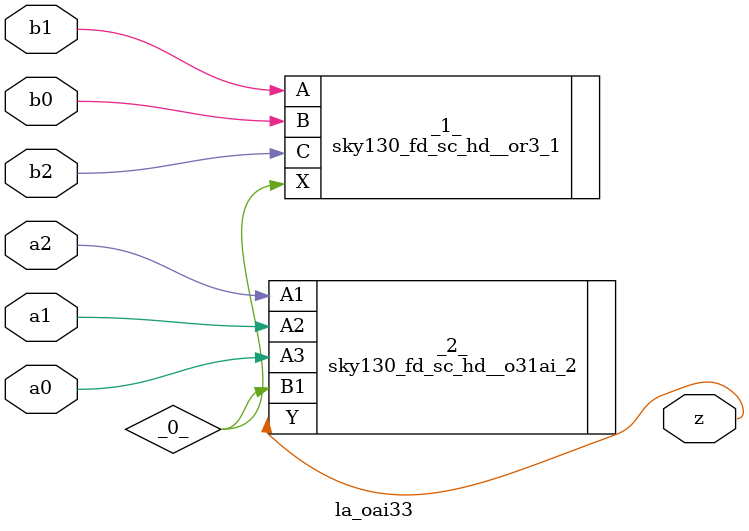
<source format=v>

/* Generated by Yosys 0.44 (git sha1 80ba43d26, g++ 11.4.0-1ubuntu1~22.04 -fPIC -O3) */

(* top =  1  *)
(* src = "generated" *)
module la_oai33 (
    a0,
    a1,
    a2,
    b0,
    b1,
    b2,
    z
);
  wire _0_;
  (* src = "generated" *)
  input a0;
  wire a0;
  (* src = "generated" *)
  input a1;
  wire a1;
  (* src = "generated" *)
  input a2;
  wire a2;
  (* src = "generated" *)
  input b0;
  wire b0;
  (* src = "generated" *)
  input b1;
  wire b1;
  (* src = "generated" *)
  input b2;
  wire b2;
  (* src = "generated" *)
  output z;
  wire z;
  sky130_fd_sc_hd__or3_1 _1_ (
      .A(b1),
      .B(b0),
      .C(b2),
      .X(_0_)
  );
  sky130_fd_sc_hd__o31ai_2 _2_ (
      .A1(a2),
      .A2(a1),
      .A3(a0),
      .B1(_0_),
      .Y (z)
  );
endmodule

</source>
